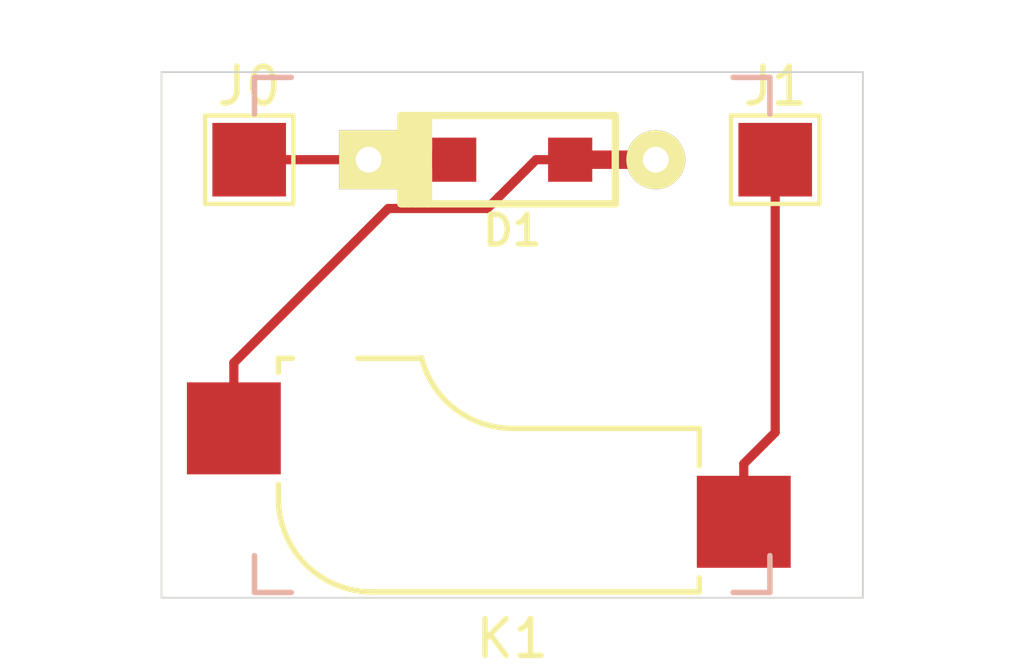
<source format=kicad_pcb>
(kicad_pcb (version 20171130) (host pcbnew "(5.1.9)-1")

  (general
    (thickness 1.6)
    (drawings 4)
    (tracks 13)
    (zones 0)
    (modules 4)
    (nets 4)
  )

  (page A4)
  (layers
    (0 F.Cu signal)
    (31 B.Cu signal)
    (32 B.Adhes user)
    (33 F.Adhes user)
    (34 B.Paste user)
    (35 F.Paste user)
    (36 B.SilkS user)
    (37 F.SilkS user)
    (38 B.Mask user)
    (39 F.Mask user)
    (40 Dwgs.User user)
    (41 Cmts.User user)
    (42 Eco1.User user)
    (43 Eco2.User user)
    (44 Edge.Cuts user)
    (45 Margin user)
    (46 B.CrtYd user)
    (47 F.CrtYd user)
    (48 B.Fab user)
    (49 F.Fab user)
  )

  (setup
    (last_trace_width 0.25)
    (trace_clearance 0.2)
    (zone_clearance 0.508)
    (zone_45_only no)
    (trace_min 0.2)
    (via_size 0.8)
    (via_drill 0.4)
    (via_min_size 0.4)
    (via_min_drill 0.3)
    (uvia_size 0.3)
    (uvia_drill 0.1)
    (uvias_allowed no)
    (uvia_min_size 0.2)
    (uvia_min_drill 0.1)
    (edge_width 0.05)
    (segment_width 0.2)
    (pcb_text_width 0.3)
    (pcb_text_size 1.5 1.5)
    (mod_edge_width 0.12)
    (mod_text_size 1 1)
    (mod_text_width 0.15)
    (pad_size 1.524 1.524)
    (pad_drill 0.762)
    (pad_to_mask_clearance 0)
    (aux_axis_origin 0 0)
    (visible_elements 7FFFFFFF)
    (pcbplotparams
      (layerselection 0x010fc_ffffffff)
      (usegerberextensions false)
      (usegerberattributes true)
      (usegerberadvancedattributes true)
      (creategerberjobfile true)
      (excludeedgelayer true)
      (linewidth 0.100000)
      (plotframeref false)
      (viasonmask false)
      (mode 1)
      (useauxorigin false)
      (hpglpennumber 1)
      (hpglpenspeed 20)
      (hpglpendiameter 15.000000)
      (psnegative false)
      (psa4output false)
      (plotreference true)
      (plotvalue true)
      (plotinvisibletext false)
      (padsonsilk false)
      (subtractmaskfromsilk false)
      (outputformat 1)
      (mirror false)
      (drillshape 0)
      (scaleselection 1)
      (outputdirectory "Gerbers/"))
  )

  (net 0 "")
  (net 1 "Net-(D1-Pad2)")
  (net 2 "Net-(D1-Pad1)")
  (net 3 "Net-(J1-Pad1)")

  (net_class Default "This is the default net class."
    (clearance 0.2)
    (trace_width 0.25)
    (via_dia 0.8)
    (via_drill 0.4)
    (uvia_dia 0.3)
    (uvia_drill 0.1)
    (add_net "Net-(D1-Pad1)")
    (add_net "Net-(D1-Pad2)")
    (add_net "Net-(J1-Pad1)")
  )

  (module keyswitches:Kailh_socket_MX (layer B.Cu) (tedit 5DD4FB17) (tstamp 60517C6D)
    (at 57.15 50.0062)
    (descr "MX-style keyswitch with Kailh socket mount")
    (tags MX,cherry,gateron,kailh,pg1511,socket)
    (path /6050CF87)
    (attr smd)
    (fp_text reference K1 (at 0 8.255) (layer F.SilkS)
      (effects (font (size 1 1) (thickness 0.15)))
    )
    (fp_text value KEYSW (at 0 -8.255) (layer B.Fab)
      (effects (font (size 1 1) (thickness 0.15)) (justify mirror))
    )
    (fp_line (start -8.89 3.81) (end -6.35 3.81) (layer F.Fab) (width 0.12))
    (fp_line (start -8.89 1.27) (end -8.89 3.81) (layer F.Fab) (width 0.12))
    (fp_line (start -6.35 1.27) (end -8.89 1.27) (layer F.Fab) (width 0.12))
    (fp_line (start 7.62 3.81) (end 5.08 3.81) (layer F.Fab) (width 0.12))
    (fp_line (start 7.62 6.35) (end 7.62 3.81) (layer F.Fab) (width 0.12))
    (fp_line (start 5.08 6.35) (end 7.62 6.35) (layer F.Fab) (width 0.12))
    (fp_line (start 5.08 2.54) (end 0 2.54) (layer F.Fab) (width 0.12))
    (fp_line (start 5.08 6.985) (end 5.08 2.54) (layer F.Fab) (width 0.12))
    (fp_line (start -3.81 6.985) (end 5.08 6.985) (layer F.Fab) (width 0.12))
    (fp_line (start -6.35 0.635) (end -6.35 4.445) (layer F.Fab) (width 0.12))
    (fp_line (start -6.35 0.635) (end -2.54 0.635) (layer F.Fab) (width 0.12))
    (fp_line (start 5.08 6.985) (end 5.08 6.604) (layer F.SilkS) (width 0.15))
    (fp_line (start -3.81 6.985) (end 5.08 6.985) (layer F.SilkS) (width 0.15))
    (fp_line (start -6.35 4.445) (end -6.35 4.064) (layer F.SilkS) (width 0.15))
    (fp_line (start -5.969 0.635) (end -6.35 0.635) (layer F.SilkS) (width 0.15))
    (fp_line (start -2.464162 0.635) (end -4.191 0.635) (layer F.SilkS) (width 0.15))
    (fp_line (start 5.08 2.54) (end 0 2.54) (layer F.SilkS) (width 0.15))
    (fp_line (start 5.08 3.556) (end 5.08 2.54) (layer F.SilkS) (width 0.15))
    (fp_line (start -6.35 1.016) (end -6.35 0.635) (layer F.SilkS) (width 0.15))
    (fp_line (start -7.5 -7.5) (end -7.5 7.5) (layer B.Fab) (width 0.15))
    (fp_line (start 7.5 -7.5) (end -7.5 -7.5) (layer B.Fab) (width 0.15))
    (fp_line (start 7.5 7.5) (end 7.5 -7.5) (layer B.Fab) (width 0.15))
    (fp_line (start -7.5 7.5) (end 7.5 7.5) (layer B.Fab) (width 0.15))
    (fp_line (start -6.9 -6.9) (end -6.9 6.9) (layer Eco2.User) (width 0.15))
    (fp_line (start 6.9 6.9) (end 6.9 -6.9) (layer Eco2.User) (width 0.15))
    (fp_line (start 6.9 6.9) (end -6.9 6.9) (layer Eco2.User) (width 0.15))
    (fp_line (start -6.9 -6.9) (end 6.9 -6.9) (layer Eco2.User) (width 0.15))
    (fp_line (start 7 7) (end 7 6) (layer B.SilkS) (width 0.15))
    (fp_line (start 6 -7) (end 7 -7) (layer B.SilkS) (width 0.15))
    (fp_line (start 7 7) (end 6 7) (layer B.SilkS) (width 0.15))
    (fp_line (start 7 -6) (end 7 -7) (layer B.SilkS) (width 0.15))
    (fp_line (start -7 -7) (end -7 -6) (layer B.SilkS) (width 0.15))
    (fp_line (start -6 7) (end -7 7) (layer B.SilkS) (width 0.15))
    (fp_line (start -7 -7) (end -6 -7) (layer B.SilkS) (width 0.15))
    (fp_line (start -7 6) (end -7 7) (layer B.SilkS) (width 0.15))
    (fp_text user %V (at -0.635 -0.635) (layer F.Fab)
      (effects (font (size 1 1) (thickness 0.15)))
    )
    (fp_text user %R (at -0.635 4.445) (layer F.Fab)
      (effects (font (size 1 1) (thickness 0.15)))
    )
    (fp_arc (start 0 0) (end 0 2.54) (angle 75.96375653) (layer F.Fab) (width 0.12))
    (fp_arc (start -3.81 4.445) (end -3.81 6.985) (angle 90) (layer F.Fab) (width 0.12))
    (fp_arc (start 0 0) (end 0 2.54) (angle 75.96375653) (layer F.SilkS) (width 0.15))
    (fp_arc (start -3.81 4.445) (end -3.81 6.985) (angle 90) (layer F.SilkS) (width 0.15))
    (pad 2 smd rect (at -7.56 2.54) (size 2.55 2.5) (layers F.Cu F.Paste F.Mask)
      (net 1 "Net-(D1-Pad2)"))
    (pad "" np_thru_hole circle (at -5.08 0) (size 1.7018 1.7018) (drill 1.7018) (layers *.Cu *.Mask))
    (pad "" np_thru_hole circle (at 5.08 0) (size 1.7018 1.7018) (drill 1.7018) (layers *.Cu *.Mask))
    (pad "" np_thru_hole circle (at 0 0) (size 3.9878 3.9878) (drill 3.9878) (layers *.Cu *.Mask))
    (pad "" np_thru_hole circle (at -3.81 2.54) (size 3 3) (drill 3) (layers *.Cu *.Mask))
    (pad "" np_thru_hole circle (at 2.54 5.08) (size 3 3) (drill 3) (layers *.Cu *.Mask))
    (pad 1 smd rect (at 6.29 5.08) (size 2.55 2.5) (layers F.Cu F.Paste F.Mask)
      (net 3 "Net-(J1-Pad1)"))
  )

  (module TestPoint:TestPoint_Pad_2.0x2.0mm (layer F.Cu) (tedit 5A0F774F) (tstamp 60517C39)
    (at 64.2938 45.2438)
    (descr "SMD rectangular pad as test Point, square 2.0mm side length")
    (tags "test point SMD pad rectangle square")
    (path /6051258F)
    (attr virtual)
    (fp_text reference J1 (at 0 -1.998) (layer F.SilkS)
      (effects (font (size 1 1) (thickness 0.15)))
    )
    (fp_text value Conn_01x01_Male (at 0 2.05) (layer F.Fab)
      (effects (font (size 1 1) (thickness 0.15)))
    )
    (fp_line (start 1.5 1.5) (end -1.5 1.5) (layer F.CrtYd) (width 0.05))
    (fp_line (start 1.5 1.5) (end 1.5 -1.5) (layer F.CrtYd) (width 0.05))
    (fp_line (start -1.5 -1.5) (end -1.5 1.5) (layer F.CrtYd) (width 0.05))
    (fp_line (start -1.5 -1.5) (end 1.5 -1.5) (layer F.CrtYd) (width 0.05))
    (fp_line (start -1.2 1.2) (end -1.2 -1.2) (layer F.SilkS) (width 0.12))
    (fp_line (start 1.2 1.2) (end -1.2 1.2) (layer F.SilkS) (width 0.12))
    (fp_line (start 1.2 -1.2) (end 1.2 1.2) (layer F.SilkS) (width 0.12))
    (fp_line (start -1.2 -1.2) (end 1.2 -1.2) (layer F.SilkS) (width 0.12))
    (fp_text user %R (at 0 -2) (layer F.Fab)
      (effects (font (size 1 1) (thickness 0.15)))
    )
    (pad 1 smd rect (at 0 0) (size 2 2) (layers F.Cu F.Mask)
      (net 3 "Net-(J1-Pad1)"))
  )

  (module TestPoint:TestPoint_Pad_2.0x2.0mm (layer F.Cu) (tedit 5A0F774F) (tstamp 60517C2B)
    (at 50.0062 45.2438)
    (descr "SMD rectangular pad as test Point, square 2.0mm side length")
    (tags "test point SMD pad rectangle square")
    (path /60510F66)
    (attr virtual)
    (fp_text reference J0 (at 0 -1.998) (layer F.SilkS)
      (effects (font (size 1 1) (thickness 0.15)))
    )
    (fp_text value Conn_01x01_Male (at 0 2.05) (layer F.Fab)
      (effects (font (size 1 1) (thickness 0.15)))
    )
    (fp_line (start 1.5 1.5) (end -1.5 1.5) (layer F.CrtYd) (width 0.05))
    (fp_line (start 1.5 1.5) (end 1.5 -1.5) (layer F.CrtYd) (width 0.05))
    (fp_line (start -1.5 -1.5) (end -1.5 1.5) (layer F.CrtYd) (width 0.05))
    (fp_line (start -1.5 -1.5) (end 1.5 -1.5) (layer F.CrtYd) (width 0.05))
    (fp_line (start -1.2 1.2) (end -1.2 -1.2) (layer F.SilkS) (width 0.12))
    (fp_line (start 1.2 1.2) (end -1.2 1.2) (layer F.SilkS) (width 0.12))
    (fp_line (start 1.2 -1.2) (end 1.2 1.2) (layer F.SilkS) (width 0.12))
    (fp_line (start -1.2 -1.2) (end 1.2 -1.2) (layer F.SilkS) (width 0.12))
    (fp_text user %R (at 0 -2) (layer F.Fab)
      (effects (font (size 1 1) (thickness 0.15)))
    )
    (pad 1 smd rect (at 0 0) (size 2 2) (layers F.Cu F.Mask)
      (net 2 "Net-(D1-Pad1)"))
  )

  (module keyboard_parts:D_SOD123_axial (layer F.Cu) (tedit 561B6A12) (tstamp 60517C1D)
    (at 57.15 45.2438)
    (path /6050DD28)
    (attr smd)
    (fp_text reference D1 (at 0 1.925) (layer F.SilkS)
      (effects (font (size 0.8 0.8) (thickness 0.15)))
    )
    (fp_text value D (at 0 -1.925) (layer F.SilkS) hide
      (effects (font (size 0.8 0.8) (thickness 0.15)))
    )
    (fp_line (start 2.8 1.2) (end -3 1.2) (layer F.SilkS) (width 0.2))
    (fp_line (start 2.8 -1.2) (end 2.8 1.2) (layer F.SilkS) (width 0.2))
    (fp_line (start -3 -1.2) (end 2.8 -1.2) (layer F.SilkS) (width 0.2))
    (fp_line (start -2.925 -1.2) (end -2.925 1.2) (layer F.SilkS) (width 0.2))
    (fp_line (start -2.8 -1.2) (end -2.8 1.2) (layer F.SilkS) (width 0.2))
    (fp_line (start -3.025 1.2) (end -3.025 -1.2) (layer F.SilkS) (width 0.2))
    (fp_line (start -2.625 -1.2) (end -2.625 1.2) (layer F.SilkS) (width 0.2))
    (fp_line (start -2.45 -1.2) (end -2.45 1.2) (layer F.SilkS) (width 0.2))
    (fp_line (start -2.275 -1.2) (end -2.275 1.2) (layer F.SilkS) (width 0.2))
    (pad 2 smd rect (at 2.7 0) (size 2.5 0.5) (layers F.Cu)
      (net 1 "Net-(D1-Pad2)") (solder_mask_margin -999))
    (pad 1 smd rect (at -2.7 0) (size 2.5 0.5) (layers F.Cu)
      (net 2 "Net-(D1-Pad1)") (solder_mask_margin -999))
    (pad 2 thru_hole circle (at 3.9 0) (size 1.6 1.6) (drill 0.7) (layers *.Cu *.Mask F.SilkS)
      (net 1 "Net-(D1-Pad2)"))
    (pad 1 thru_hole rect (at -3.9 0) (size 1.6 1.6) (drill 0.7) (layers *.Cu *.Mask F.SilkS)
      (net 2 "Net-(D1-Pad1)"))
    (pad 1 smd rect (at -1.575 0) (size 1.2 1.2) (layers F.Cu F.Paste F.Mask)
      (net 2 "Net-(D1-Pad1)"))
    (pad 2 smd rect (at 1.575 0) (size 1.2 1.2) (layers F.Cu F.Paste F.Mask)
      (net 1 "Net-(D1-Pad2)"))
  )

  (gr_line (start 47.625 42.8625) (end 47.625 57.15) (layer Edge.Cuts) (width 0.05) (tstamp 60518390))
  (gr_line (start 66.675 42.8625) (end 66.675 57.15) (layer Edge.Cuts) (width 0.05) (tstamp 6051838F))
  (gr_line (start 66.675 57.15) (end 47.625 57.15) (layer Edge.Cuts) (width 0.05))
  (gr_line (start 47.625 42.8625) (end 66.675 42.8625) (layer Edge.Cuts) (width 0.05))

  (segment (start 58.725 45.2438) (end 57.7997 45.2438) (width 0.25) (layer F.Cu) (net 1))
  (segment (start 57.7997 45.2438) (end 56.4743 46.5692) (width 0.25) (layer F.Cu) (net 1))
  (segment (start 56.4743 46.5692) (end 53.7847 46.5692) (width 0.25) (layer F.Cu) (net 1))
  (segment (start 53.7847 46.5692) (end 49.59 50.7639) (width 0.25) (layer F.Cu) (net 1))
  (segment (start 49.59 50.7639) (end 49.59 52.5462) (width 0.25) (layer F.Cu) (net 1))
  (segment (start 58.725 45.2438) (end 59.85 45.2438) (width 0.25) (layer F.Cu) (net 1))
  (segment (start 61.05 45.2438) (end 59.85 45.2438) (width 0.25) (layer F.Cu) (net 1))
  (segment (start 53.25 45.2438) (end 50.0062 45.2438) (width 0.25) (layer F.Cu) (net 2))
  (segment (start 54.45 45.2438) (end 53.25 45.2438) (width 0.25) (layer F.Cu) (net 2))
  (segment (start 55.575 45.2438) (end 54.45 45.2438) (width 0.25) (layer F.Cu) (net 2))
  (segment (start 63.44 55.0862) (end 63.44 53.5109) (width 0.25) (layer F.Cu) (net 3))
  (segment (start 64.2938 45.2438) (end 64.2938 52.6571) (width 0.25) (layer F.Cu) (net 3))
  (segment (start 64.2938 52.6571) (end 63.44 53.5109) (width 0.25) (layer F.Cu) (net 3))

)

</source>
